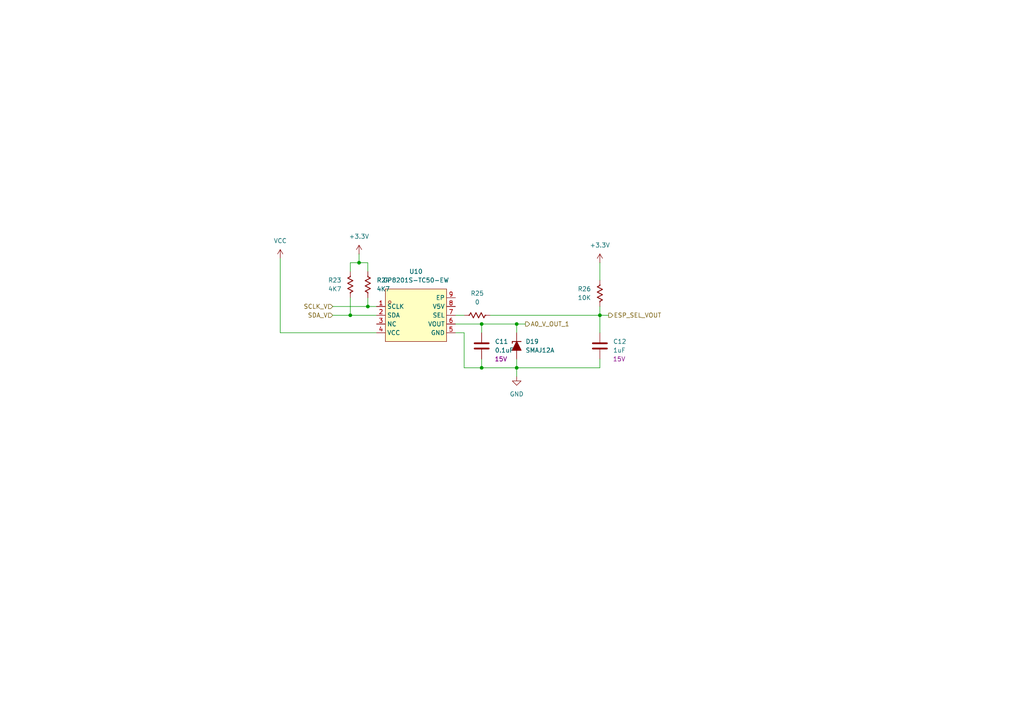
<source format=kicad_sch>
(kicad_sch (version 20250114) (generator "eeschema") (generator_version "9.0")
  (paper "A4")
  (lib_symbols
    (symbol "EasyEDA:+3.3V" (power) (pin_numbers (hide yes)) (pin_names (offset 0) (hide yes))
      (property "Value" "+3.3V" (at 0 3.556 0))
      (symbol "+3.3V_0_1"
        (polyline (pts (xy -0.762 1.27) (xy 0 2.54)))
        (polyline (pts (xy 0 2.54) (xy 0.762 1.27)))
        (polyline (pts (xy 0 0) (xy 0 2.54)))
      )
      (symbol "+3.3V_1_1"
        (pin power_in line (at 0 0 90) (length 0) (name "~") (number "1"))
      )
    )
    (symbol "EasyEDA:C_0603" (pin_numbers (hide yes)) (pin_names (offset 0.254))
      (property "Reference" "C" (at 0.635 2.54 0))
      (property "Value" "C_0603" (at 0.635 -2.54 0))
      (symbol "C_0603_0_1"
        (polyline (pts (xy -2.032 0.762) (xy 2.032 0.762)) (stroke (width 0.508)))
        (polyline (pts (xy -2.032 -0.762) (xy 2.032 -0.762)) (stroke (width 0.508)))
      )
      (symbol "C_0603_0_2"
        (polyline (pts (xy -2.54 -2.54) (xy -0.381 -0.381)))
        (polyline (pts (xy -0.508 -0.508) (xy -1.651 0.635)) (stroke (width 0.508)))
        (polyline (pts (xy -0.508 -0.508) (xy 0.635 -1.651)) (stroke (width 0.508)))
        (polyline (pts (xy 0.381 0.381) (xy 2.54 2.54)))
        (polyline (pts (xy 0.508 0.508) (xy -0.635 1.651)) (stroke (width 0.508)))
        (polyline (pts (xy 0.508 0.508) (xy 1.651 -0.635)) (stroke (width 0.508)))
      )
      (symbol "C_0603_1_1"
        (pin passive line (at 0 3.81 270) (length 2.794) (name "~") (number "1"))
        (pin passive line (at 0 -3.81 90) (length 2.794) (name "~") (number "2"))
      )
      (symbol "C_0603_1_2"
        (pin passive line (at -2.54 -2.54 90) (length 0) (name "~") (number "2"))
        (pin passive line (at 2.54 2.54 270) (length 0) (name "~") (number "1"))
      )
    )
    (symbol "EasyEDA:GND" (power) (pin_numbers (hide yes)) (pin_names (offset 0) (hide yes))
      (property "Value" "GND" (at 0 -3.81 0))
      (symbol "GND_0_1"
        (polyline (pts (xy 0 0) (xy 0 -1.27) (xy 1.27 -1.27) (xy 0 -2.54) (xy -1.27 -1.27) (xy 0 -1.27)))
      )
      (symbol "GND_1_1"
        (pin power_in line (at 0 0 270) (length 0) (name "~") (number "1"))
      )
    )
    (symbol "EasyEDA:GP8201S-TC50-EW"
      (property "Reference" "U" (at 0 10.16 0))
      (property "Value" "GP8201S-TC50-EW" (at 0 -10.16 0))
      (symbol "GP8201S-TC50-EW_0_1"
        (rectangle (start -8.89 7.62) (end 8.89 -7.62) (fill (type background)))
        (circle (center -7.62 3.81) (radius 0.38))
        (pin unspecified line (at -11.43 2.54 0) (length 2.54) (name "SCLK") (number "1"))
        (pin unspecified line (at -11.43 0 0) (length 2.54) (name "SDA") (number "2"))
        (pin unspecified line (at -11.43 -2.54 0) (length 2.54) (name "NC") (number "3"))
        (pin unspecified line (at -11.43 -5.08 0) (length 2.54) (name "VCC") (number "4"))
        (pin unspecified line (at 11.43 5.08 180) (length 2.54) (name "EP") (number "9"))
        (pin unspecified line (at 11.43 2.54 180) (length 2.54) (name "V5V") (number "8"))
        (pin unspecified line (at 11.43 0 180) (length 2.54) (name "SEL") (number "7"))
        (pin unspecified line (at 11.43 -2.54 180) (length 2.54) (name "VOUT") (number "6"))
        (pin unspecified line (at 11.43 -5.08 180) (length 2.54) (name "GND") (number "5"))
      )
    )
    (symbol "EasyEDA:R_0603" (pin_numbers (hide yes)) (pin_names (offset 0))
      (property "Reference" "R" (at 2.54 1.27 0))
      (property "Value" "R_0603" (at 2.54 -1.27 0))
      (symbol "R_0603_0_1"
        (polyline (pts (xy 0 2.286) (xy 0 2.54)) (stroke (width 0.254)))
        (polyline (pts (xy 0 2.286) (xy 0.762 1.905) (xy -0.762 1.143) (xy 0 0.762) (xy 0.762 0.381) (xy 0 0) (xy -0.762 -0.381) (xy 0 -0.762) (xy 0.762 -1.143) (xy 0 -1.524) (xy -0.762 -1.905) (xy 0 -2.286)) (stroke (width 0.254)))
        (polyline (pts (xy 0 -2.286) (xy 0 -2.54)) (stroke (width 0.254)))
      )
      (symbol "R_0603_0_2"
        (polyline (pts (xy -2.54 -2.54) (xy -1.778 -1.778)))
        (polyline (pts (xy -1.778 -1.778) (xy -1.524 -1.524)) (stroke (width 0.254)))
        (polyline (pts (xy -1.524 -1.524) (xy -1.778 -0.762) (xy -1.016 -1.016)) (stroke (width 0.254)))
        (polyline (pts (xy -0.508 -0.508) (xy -0.762 0.254) (xy 0 0)) (stroke (width 0.254)))
        (polyline (pts (xy -0.508 -0.508) (xy -0.254 -1.27) (xy -1.016 -1.016)) (stroke (width 0.254)))
        (polyline (pts (xy 0.508 0.508) (xy 0.254 1.27) (xy 1.016 1.016)) (stroke (width 0.254)))
        (polyline (pts (xy 0.508 0.508) (xy 0.762 -0.254) (xy 0 0)) (stroke (width 0.254)))
        (polyline (pts (xy 1.524 1.524) (xy 1.778 0.762) (xy 1.016 1.016)) (stroke (width 0.254)))
        (polyline (pts (xy 1.778 1.778) (xy 1.524 1.524)) (stroke (width 0.254)))
        (polyline (pts (xy 1.778 1.778) (xy 2.54 2.54)))
      )
      (symbol "R_0603_1_1"
        (pin passive line (at 0 3.81 270) (length 1.27) (name "~") (number "1"))
        (pin passive line (at 0 -3.81 90) (length 1.27) (name "~") (number "2"))
      )
      (symbol "R_0603_1_2"
        (pin passive line (at -2.54 -2.54 0) (length 0) (name "") (number "2"))
        (pin passive line (at 2.54 2.54 180) (length 0) (name "") (number "1"))
      )
    )
    (symbol "EasyEDA:SMAJ12A" (pin_numbers (hide yes)) (pin_names (offset 1.016) (hide yes))
      (property "Reference" "D" (at 0 5.08 0))
      (property "Value" "SMAJ12A" (at 0 2.54 0))
      (symbol "SMAJ12A_0_1"
        (polyline (pts (xy -1.27 1.27) (xy -1.27 -1.27) (xy 1.27 0) (xy -1.27 1.27)) (stroke (width 0.254)) (fill (type outline)))
        (polyline (pts (xy -1.27 0) (xy 1.27 0)))
        (polyline (pts (xy 1.27 1.27) (xy 0.762 1.27)) (stroke (width 0.254)))
        (polyline (pts (xy 1.27 -1.27) (xy 1.27 1.27)) (stroke (width 0.254)))
      )
      (symbol "SMAJ12A_0_2"
        (polyline (pts (xy -2.54 -2.54) (xy 2.54 2.54)))
        (polyline (pts (xy -0.889 -0.889) (xy -1.778 0) (xy 0.889 0.889) (xy 0 -1.778) (xy -0.889 -0.889)) (stroke (width 0.254)) (fill (type outline)))
        (polyline (pts (xy 0 1.778) (xy -0.381 1.397)) (stroke (width 0.254)))
        (polyline (pts (xy 0 1.778) (xy 1.778 0)) (stroke (width 0.254)))
      )
      (symbol "SMAJ12A_1_1"
        (pin passive line (at -3.81 0 0) (length 2.54) (name "A") (number "2"))
        (pin passive line (at 3.81 0 180) (length 2.54) (name "K") (number "1"))
      )
      (symbol "SMAJ12A_1_2"
        (pin passive line (at -2.54 -2.54 0) (length 0) (name "A") (number "2"))
        (pin passive line (at 2.54 2.54 180) (length 0) (name "K") (number "1"))
      )
    )
    (symbol "EasyEDA:VCC" (power) (pin_numbers (hide yes)) (pin_names (offset 0) (hide yes))
      (property "Value" "VCC" (at 0 3.556 0))
      (symbol "VCC_0_1"
        (polyline (pts (xy -0.762 1.27) (xy 0 2.54)))
        (polyline (pts (xy 0 2.54) (xy 0.762 1.27)))
        (polyline (pts (xy 0 0) (xy 0 2.54)))
      )
      (symbol "VCC_1_1"
        (pin power_in line (at 0 0 90) (length 0) (name "~") (number "1"))
      )
    )
  )
  (junction (at 173.99 91.44))
  (junction (at 106.68 88.9))
  (junction (at 139.7 93.98))
  (junction (at 149.86 93.98))
  (junction (at 139.7 106.68))
  (junction (at 101.6 91.44))
  (junction (at 104.14 76.2))
  (junction (at 149.86 106.68))
  (wire (pts (xy 173.99 91.44) (xy 173.99 96.52)))
  (wire (pts (xy 132.08 93.98) (xy 139.7 93.98)))
  (wire (pts (xy 173.99 91.44) (xy 176.53 91.44)))
  (wire (pts (xy 173.99 88.9) (xy 173.99 91.44)))
  (wire (pts (xy 106.68 86.36) (xy 106.68 88.9)))
  (wire (pts (xy 104.14 76.2) (xy 106.68 76.2)))
  (wire (pts (xy 139.7 104.14) (xy 139.7 106.68)))
  (wire (pts (xy 149.86 106.68) (xy 149.86 109.22)))
  (wire (pts (xy 149.86 106.68) (xy 139.7 106.68)))
  (wire (pts (xy 142.24 91.44) (xy 173.99 91.44)))
  (wire (pts (xy 101.6 76.2) (xy 104.14 76.2)))
  (wire (pts (xy 132.08 91.44) (xy 134.62 91.44)))
  (wire (pts (xy 173.99 76.2) (xy 173.99 81.28)))
  (wire (pts (xy 149.86 106.68) (xy 173.99 106.68)))
  (wire (pts (xy 106.68 88.9) (xy 109.22 88.9)))
  (wire (pts (xy 173.99 104.14) (xy 173.99 106.68)))
  (wire (pts (xy 96.52 91.44) (xy 101.6 91.44)))
  (wire (pts (xy 149.86 96.52) (xy 149.86 93.98)))
  (wire (pts (xy 81.28 74.93) (xy 81.28 96.52)))
  (wire (pts (xy 101.6 76.2) (xy 101.6 78.74)))
  (wire (pts (xy 81.28 96.52) (xy 109.22 96.52)))
  (wire (pts (xy 149.86 93.98) (xy 139.7 93.98)))
  (wire (pts (xy 134.62 96.52) (xy 132.08 96.52)))
  (wire (pts (xy 106.68 76.2) (xy 106.68 78.74)))
  (wire (pts (xy 149.86 104.14) (xy 149.86 106.68)))
  (wire (pts (xy 139.7 106.68) (xy 134.62 106.68)))
  (wire (pts (xy 149.86 93.98) (xy 152.4 93.98)))
  (wire (pts (xy 139.7 93.98) (xy 139.7 96.52)))
  (wire (pts (xy 96.52 88.9) (xy 106.68 88.9)))
  (wire (pts (xy 134.62 96.52) (xy 134.62 106.68)))
  (wire (pts (xy 104.14 73.66) (xy 104.14 76.2)))
  (wire (pts (xy 101.6 86.36) (xy 101.6 91.44)))
  (wire (pts (xy 101.6 91.44) (xy 109.22 91.44)))
  (hierarchical_label "A0_V_OUT_1" (shape output) (at 152.4 93.98 0))
  (hierarchical_label "SCLK_V" (shape input) (at 96.52 88.9 180))
  (hierarchical_label "ESP_SEL_VOUT" (shape output) (at 176.53 91.44 0))
  (hierarchical_label "SDA_V" (shape input) (at 96.52 91.44 180))
  (symbol (lib_id "EasyEDA:GP8201S-TC50-EW") (at 120.65 91.44 0) (unit 1)
    (property "Reference" "U10" (at 120.65 78.74 0))
    (property "Value" "GP8201S-TC50-EW" (at 120.65 81.28 0))
    (property "Footprint" "EasyEDA:ESOP-8_L4.9-W3.9-P1.27-LS6.0-BL-EP" (effects (hide yes)))
    (property "LCSC Part" "C5240058" (effects (hide yes)))
  )
  (symbol (lib_id "EasyEDA:R_0603") (at 101.6 82.55 0) (mirror y) (unit 1)
    (property "Reference" "R23" (at 99.06 81.2799 0) (effects (justify left)))
    (property "Value" "4K7" (at 99.06 83.8199 0) (effects (justify left)))
    (property "Footprint" "PCM_Resistor_SMD_AKL:R_0603_1608Metric" (effects (hide yes)))
    (property "Description" "SMD 0603 Chip Resistor, US Symbol, Alternate KiCad Library" (effects (hide yes)))
  )
  (symbol (lib_id "EasyEDA:GND") (at 149.86 109.22 0) (unit 1)
    (property "Reference" "#PWR043" (effects (hide yes)))
    (property "Value" "GND" (at 149.86 114.3 0))
    (property "Description" "Power symbol creates a global label with name \"GND\" , ground" (effects (hide yes)))
  )
  (symbol (lib_id "EasyEDA:+3.3V") (at 104.14 73.66 0) (unit 1)
    (property "Reference" "#PWR042" (effects (hide yes)))
    (property "Value" "+3.3V" (at 104.14 68.58 0))
    (property "Description" "Power symbol creates a global label with name \"+3.3V\"" (effects (hide yes)))
  )
  (symbol (lib_id "EasyEDA:VCC") (at 81.28 74.93 0) (unit 1)
    (property "Reference" "#PWR041" (effects (hide yes)))
    (property "Value" "VCC" (at 81.28 69.85 0))
    (property "Description" "Power symbol creates a global label with name \"VCC\"" (effects (hide yes)))
  )
  (symbol (lib_id "EasyEDA:R_0603") (at 173.99 85.09 0) (mirror y) (unit 1)
    (property "Reference" "R26" (at 171.45 83.8199 0) (effects (justify left)))
    (property "Value" "10K" (at 171.45 86.3599 0) (effects (justify left)))
    (property "Footprint" "PCM_Resistor_SMD_AKL:R_0603_1608Metric" (effects (hide yes)))
    (property "Description" "SMD 0603 Chip Resistor, US Symbol, Alternate KiCad Library" (effects (hide yes)))
  )
  (symbol (lib_id "EasyEDA:C_0603") (at 173.99 100.33 0) (unit 1)
    (property "Reference" "C12" (at 177.8 99.0599 0) (effects (justify left)))
    (property "Value" "1uF" (at 177.8 101.5999 0) (effects (justify left)))
    (property "Footprint" "PCM_Capacitor_SMD_AKL:C_0603_1608Metric" (effects (hide yes)))
    (property "Description" "SMD 0603 MLCC capacitor, Alternate KiCad Library" (effects (hide yes)))
    (property "Vol" "15V" (at 179.578 104.14 0))
  )
  (symbol (lib_id "EasyEDA:SMAJ12A") (at 149.86 100.33 90) (unit 1)
    (property "Reference" "D19" (at 152.4 99.0599 90) (effects (justify right)))
    (property "Value" "SMAJ12A" (at 152.4 101.5999 90) (effects (justify right)))
    (property "Footprint" "PCM_Diode_SMD_AKL:D_SMA" (effects (hide yes)))
    (property "Datasheet" "https://www.tme.eu/Document/dbc72d81c249fe51b6ab42300e8e06d0/SMAJ_ser.pdf" (effects (hide yes)))
    (property "Description" "SMA Unidirectional TVS diode, 12V, 400W, Alternate KiCAD Library" (effects (hide yes)))
  )
  (symbol (lib_id "EasyEDA:C_0603") (at 139.7 100.33 0) (unit 1)
    (property "Reference" "C11" (at 143.51 99.0599 0) (effects (justify left)))
    (property "Value" "0.1uF" (at 143.51 101.5999 0) (effects (justify left)))
    (property "Footprint" "PCM_Capacitor_SMD_AKL:C_0603_1608Metric" (effects (hide yes)))
    (property "Description" "SMD 0603 MLCC capacitor, Alternate KiCad Library" (effects (hide yes)))
    (property "Vol" "15V" (at 145.288 104.14 0))
  )
  (symbol (lib_id "EasyEDA:R_0603") (at 106.68 82.55 0) (unit 1)
    (property "Reference" "R24" (at 109.22 81.2799 0) (effects (justify left)))
    (property "Value" "4K7" (at 109.22 83.8199 0) (effects (justify left)))
    (property "Footprint" "PCM_Resistor_SMD_AKL:R_0603_1608Metric" (effects (hide yes)))
    (property "Description" "SMD 0603 Chip Resistor, US Symbol, Alternate KiCad Library" (effects (hide yes)))
  )
  (symbol (lib_id "EasyEDA:+3.3V") (at 173.99 76.2 0) (unit 1)
    (property "Reference" "#PWR044" (effects (hide yes)))
    (property "Value" "+3.3V" (at 173.99 71.12 0))
    (property "Description" "Power symbol creates a global label with name \"+3.3V\"" (effects (hide yes)))
  )
  (symbol (lib_id "EasyEDA:R_0603") (at 138.43 91.44 90) (unit 1)
    (property "Reference" "R25" (at 138.43 85.09 90))
    (property "Value" "0" (at 138.43 87.63 90))
    (property "Footprint" "PCM_Resistor_SMD_AKL:R_0603_1608Metric" (effects (hide yes)))
    (property "Description" "SMD 0603 Chip Resistor, US Symbol, Alternate KiCad Library" (effects (hide yes)))
  )
)
</source>
